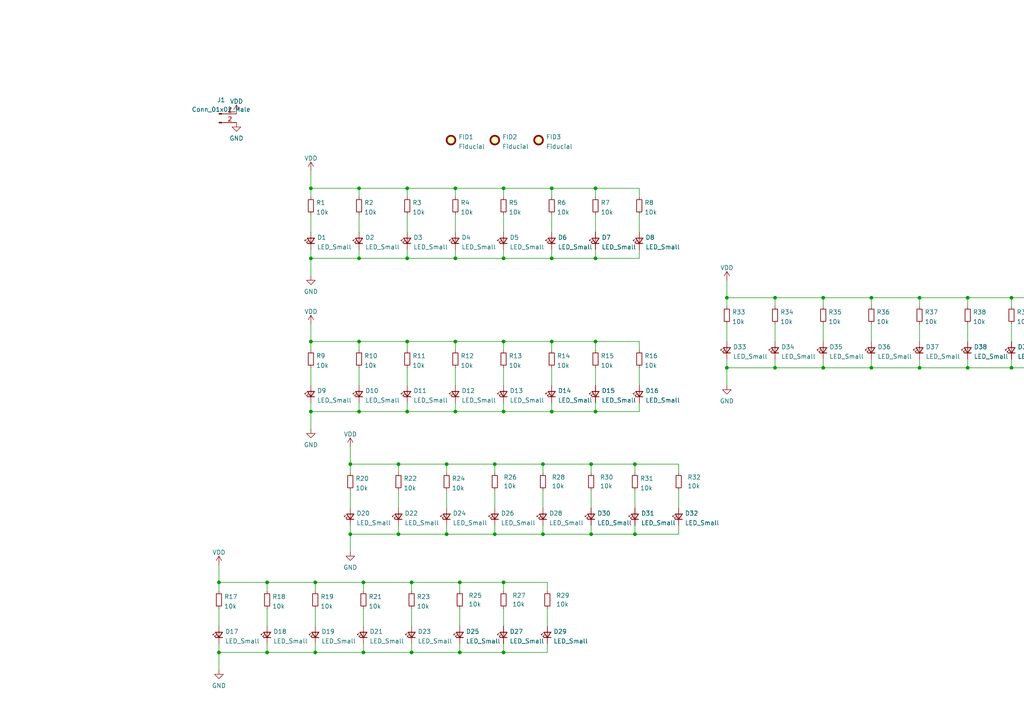
<source format=kicad_sch>
(kicad_sch (version 20230121) (generator eeschema)
  (paper "A4")
  (lib_symbols
    (symbol "Connector:Conn_01x02_Male" (pin_names (offset 1.016) hide)
      (property "Reference" "J" (at 0 2.54 0))
      (property "Value" "Conn_01x02_Male" (at 0 -5.08 0))
      (symbol "Conn_01x02_Male_1_1"
        (polyline (pts (xy 1.27 -2.54) (xy 0.8636 -2.54)) (stroke (width 0.1524)))
        (polyline (pts (xy 1.27 0) (xy 0.8636 0)) (stroke (width 0.1524)))
        (rectangle (start 0.8636 -2.413) (end 0 -2.667) (stroke (width 0.1524)) (fill (type outline)))
        (rectangle (start 0.8636 0.127) (end 0 -0.127) (stroke (width 0.1524)) (fill (type outline)))
        (pin passive line (at 5.08 0 180) (length 3.81) (name "Pin_1") (number "1"))
        (pin passive line (at 5.08 -2.54 180) (length 3.81) (name "Pin_2") (number "2"))
      )
    )
    (symbol "Device:LED_Small" (pin_numbers hide) (pin_names (offset 0.254) hide)
      (property "Reference" "D" (at -1.27 3.175 0))
      (property "Value" "LED_Small" (at -4.445 -2.54 0))
      (symbol "LED_Small_0_1"
        (polyline (pts (xy -0.762 -1.016) (xy -0.762 1.016)) (stroke (width 0.254)))
        (polyline (pts (xy 1.016 0) (xy -0.762 0)))
        (polyline (pts (xy 0.762 -1.016) (xy -0.762 0) (xy 0.762 1.016) (xy 0.762 -1.016)) (stroke (width 0.254)))
        (polyline (pts (xy 0 0.762) (xy -0.508 1.27) (xy -0.254 1.27) (xy -0.508 1.27) (xy -0.508 1.016)))
        (polyline (pts (xy 0.508 1.27) (xy 0 1.778) (xy 0.254 1.778) (xy 0 1.778) (xy 0 1.524)))
      )
      (symbol "LED_Small_1_1"
        (pin passive line (at -2.54 0 0) (length 1.778) (name "K") (number "1"))
        (pin passive line (at 2.54 0 180) (length 1.778) (name "A") (number "2"))
      )
    )
    (symbol "Device:R_Small" (pin_numbers hide) (pin_names (offset 0.254) hide)
      (property "Reference" "R" (at 0.762 0.508 0))
      (property "Value" "R_Small" (at 0.762 -1.016 0))
      (symbol "R_Small_0_1"
        (rectangle (start -0.762 1.778) (end 0.762 -1.778) (stroke (width 0.2032)))
      )
      (symbol "R_Small_1_1"
        (pin passive line (at 0 2.54 270) (length 0.762) (name "~") (number "1"))
        (pin passive line (at 0 -2.54 90) (length 0.762) (name "~") (number "2"))
      )
    )
    (symbol "Mechanical:Fiducial"
      (property "Reference" "FID" (at 0 5.08 0))
      (property "Value" "Fiducial" (at 0 3.175 0))
      (symbol "Fiducial_0_1"
        (circle (center 0 0) (radius 1.27) (stroke (width 0.508)) (fill (type background)))
      )
    )
    (symbol "power:GND" (power) (pin_names (offset 0))
      (property "Value" "GND" (at 0 -3.81 0))
      (symbol "GND_0_1"
        (polyline (pts (xy 0 0) (xy 0 -1.27) (xy 1.27 -1.27) (xy 0 -2.54) (xy -1.27 -1.27) (xy 0 -1.27)))
      )
      (symbol "GND_1_1"
        (pin power_in line (at 0 0 270) (length 0) hide (name "GND") (number "1"))
      )
    )
    (symbol "power:VDD" (power) (pin_names (offset 0))
      (property "Value" "VDD" (at 0 3.81 0))
      (symbol "VDD_0_1"
        (polyline (pts (xy -0.762 1.27) (xy 0 2.54)))
        (polyline (pts (xy 0 0) (xy 0 2.54)))
        (polyline (pts (xy 0 2.54) (xy 0.762 1.27)))
      )
      (symbol "VDD_1_1"
        (pin power_in line (at 0 0 90) (length 0) hide (name "VDD") (number "1"))
      )
    )
  )
  (junction (at 238.76 106.68))
  (junction (at 119.38 168.91))
  (junction (at 224.79 86.36))
  (junction (at 115.57 154.94))
  (junction (at 132.08 119.38))
  (junction (at 129.54 154.94))
  (junction (at 115.57 134.62))
  (junction (at 104.14 119.38))
  (junction (at 118.11 54.61))
  (junction (at 146.05 119.38))
  (junction (at 280.67 86.36))
  (junction (at 91.44 189.23))
  (junction (at 90.17 54.61))
  (junction (at 160.02 74.93))
  (junction (at 101.6 154.94))
  (junction (at 146.05 54.61))
  (junction (at 157.48 134.62))
  (junction (at 132.08 74.93))
  (junction (at 171.45 134.62))
  (junction (at 104.14 99.06))
  (junction (at 90.17 74.93))
  (junction (at 77.47 189.23))
  (junction (at 129.54 134.62))
  (junction (at 172.72 99.06))
  (junction (at 91.44 168.91))
  (junction (at 133.35 189.23))
  (junction (at 118.11 74.93))
  (junction (at 210.82 106.68))
  (junction (at 160.02 54.61))
  (junction (at 143.51 154.94))
  (junction (at 293.37 106.68))
  (junction (at 118.11 119.38))
  (junction (at 77.47 168.91))
  (junction (at 224.79 106.68))
  (junction (at 252.73 106.68))
  (junction (at 146.05 168.91))
  (junction (at 184.15 134.62))
  (junction (at 210.82 86.36))
  (junction (at 143.51 134.62))
  (junction (at 132.08 99.06))
  (junction (at 146.05 189.23))
  (junction (at 184.15 154.94))
  (junction (at 146.05 74.93))
  (junction (at 63.5 189.23))
  (junction (at 146.05 99.06))
  (junction (at 172.72 54.61))
  (junction (at 105.41 189.23))
  (junction (at 133.35 168.91))
  (junction (at 172.72 119.38))
  (junction (at 252.73 86.36))
  (junction (at 171.45 154.94))
  (junction (at 160.02 119.38))
  (junction (at 104.14 54.61))
  (junction (at 118.11 99.06))
  (junction (at 157.48 154.94))
  (junction (at 172.72 74.93))
  (junction (at 238.76 86.36))
  (junction (at 90.17 99.06))
  (junction (at 101.6 134.62))
  (junction (at 132.08 54.61))
  (junction (at 90.17 119.38))
  (junction (at 266.7 86.36))
  (junction (at 280.67 106.68))
  (junction (at 104.14 74.93))
  (junction (at 293.37 86.36))
  (junction (at 105.41 168.91))
  (junction (at 63.5 168.91))
  (junction (at 266.7 106.68))
  (junction (at 160.02 99.06))
  (junction (at 119.38 189.23))
  (wire (pts (xy 91.44 168.91) (xy 91.44 171.45)))
  (wire (pts (xy 118.11 54.61) (xy 132.08 54.61)))
  (wire (pts (xy 158.75 168.91) (xy 158.75 171.45)))
  (wire (pts (xy 132.08 119.38) (xy 146.05 119.38)))
  (wire (pts (xy 280.67 86.36) (xy 293.37 86.36)))
  (wire (pts (xy 133.35 168.91) (xy 133.35 171.45)))
  (wire (pts (xy 132.08 54.61) (xy 132.08 57.15)))
  (wire (pts (xy 132.08 62.23) (xy 132.08 67.31)))
  (wire (pts (xy 146.05 54.61) (xy 160.02 54.61)))
  (wire (pts (xy 119.38 168.91) (xy 119.38 171.45)))
  (wire (pts (xy 158.75 176.53) (xy 158.75 181.61)))
  (wire (pts (xy 160.02 99.06) (xy 172.72 99.06)))
  (wire (pts (xy 63.5 189.23) (xy 63.5 194.31)))
  (wire (pts (xy 143.51 154.94) (xy 157.48 154.94)))
  (wire (pts (xy 119.38 176.53) (xy 119.38 181.61)))
  (wire (pts (xy 172.72 99.06) (xy 172.72 101.6)))
  (wire (pts (xy 266.7 86.36) (xy 280.67 86.36)))
  (wire (pts (xy 129.54 134.62) (xy 129.54 137.16)))
  (wire (pts (xy 105.41 189.23) (xy 119.38 189.23)))
  (wire (pts (xy 306.07 106.68) (xy 306.07 104.14)))
  (wire (pts (xy 101.6 152.4) (xy 101.6 154.94)))
  (wire (pts (xy 90.17 72.39) (xy 90.17 74.93)))
  (wire (pts (xy 104.14 116.84) (xy 104.14 119.38)))
  (wire (pts (xy 293.37 86.36) (xy 293.37 88.9)))
  (wire (pts (xy 63.5 168.91) (xy 77.47 168.91)))
  (wire (pts (xy 158.75 189.23) (xy 158.75 186.69)))
  (wire (pts (xy 146.05 99.06) (xy 146.05 101.6)))
  (wire (pts (xy 252.73 86.36) (xy 252.73 88.9)))
  (wire (pts (xy 91.44 189.23) (xy 105.41 189.23)))
  (wire (pts (xy 224.79 93.98) (xy 224.79 99.06)))
  (wire (pts (xy 90.17 54.61) (xy 104.14 54.61)))
  (wire (pts (xy 146.05 72.39) (xy 146.05 74.93)))
  (wire (pts (xy 105.41 168.91) (xy 105.41 171.45)))
  (wire (pts (xy 210.82 106.68) (xy 210.82 111.76)))
  (wire (pts (xy 101.6 154.94) (xy 115.57 154.94)))
  (wire (pts (xy 157.48 142.24) (xy 157.48 147.32)))
  (wire (pts (xy 90.17 116.84) (xy 90.17 119.38)))
  (wire (pts (xy 90.17 74.93) (xy 104.14 74.93)))
  (wire (pts (xy 171.45 134.62) (xy 171.45 137.16)))
  (wire (pts (xy 129.54 134.62) (xy 143.51 134.62)))
  (wire (pts (xy 101.6 134.62) (xy 115.57 134.62)))
  (wire (pts (xy 172.72 72.39) (xy 172.72 74.93)))
  (wire (pts (xy 171.45 152.4) (xy 171.45 154.94)))
  (wire (pts (xy 280.67 86.36) (xy 280.67 88.9)))
  (wire (pts (xy 63.5 171.45) (xy 63.5 168.91)))
  (wire (pts (xy 115.57 134.62) (xy 115.57 137.16)))
  (wire (pts (xy 146.05 116.84) (xy 146.05 119.38)))
  (wire (pts (xy 280.67 106.68) (xy 293.37 106.68)))
  (wire (pts (xy 160.02 74.93) (xy 172.72 74.93)))
  (wire (pts (xy 157.48 134.62) (xy 171.45 134.62)))
  (wire (pts (xy 252.73 104.14) (xy 252.73 106.68)))
  (wire (pts (xy 91.44 186.69) (xy 91.44 189.23)))
  (wire (pts (xy 118.11 99.06) (xy 132.08 99.06)))
  (wire (pts (xy 210.82 88.9) (xy 210.82 86.36)))
  (wire (pts (xy 160.02 119.38) (xy 172.72 119.38)))
  (wire (pts (xy 266.7 106.68) (xy 280.67 106.68)))
  (wire (pts (xy 306.07 93.98) (xy 306.07 99.06)))
  (wire (pts (xy 184.15 134.62) (xy 184.15 137.16)))
  (wire (pts (xy 63.5 186.69) (xy 63.5 189.23)))
  (wire (pts (xy 90.17 119.38) (xy 104.14 119.38)))
  (wire (pts (xy 210.82 93.98) (xy 210.82 99.06)))
  (wire (pts (xy 115.57 142.24) (xy 115.57 147.32)))
  (wire (pts (xy 171.45 154.94) (xy 184.15 154.94)))
  (wire (pts (xy 143.51 152.4) (xy 143.51 154.94)))
  (wire (pts (xy 160.02 106.68) (xy 160.02 111.76)))
  (wire (pts (xy 90.17 62.23) (xy 90.17 67.31)))
  (wire (pts (xy 224.79 86.36) (xy 238.76 86.36)))
  (wire (pts (xy 105.41 168.91) (xy 119.38 168.91)))
  (wire (pts (xy 115.57 152.4) (xy 115.57 154.94)))
  (wire (pts (xy 146.05 74.93) (xy 160.02 74.93)))
  (wire (pts (xy 157.48 152.4) (xy 157.48 154.94)))
  (wire (pts (xy 115.57 154.94) (xy 129.54 154.94)))
  (wire (pts (xy 90.17 119.38) (xy 90.17 124.46)))
  (wire (pts (xy 146.05 189.23) (xy 158.75 189.23)))
  (wire (pts (xy 90.17 74.93) (xy 90.17 80.01)))
  (wire (pts (xy 172.72 62.23) (xy 172.72 67.31)))
  (wire (pts (xy 77.47 189.23) (xy 91.44 189.23)))
  (wire (pts (xy 90.17 106.68) (xy 90.17 111.76)))
  (wire (pts (xy 171.45 142.24) (xy 171.45 147.32)))
  (wire (pts (xy 160.02 116.84) (xy 160.02 119.38)))
  (wire (pts (xy 146.05 99.06) (xy 160.02 99.06)))
  (wire (pts (xy 90.17 101.6) (xy 90.17 99.06)))
  (wire (pts (xy 172.72 106.68) (xy 172.72 111.76)))
  (wire (pts (xy 196.85 134.62) (xy 196.85 137.16)))
  (wire (pts (xy 172.72 74.93) (xy 185.42 74.93)))
  (wire (pts (xy 160.02 72.39) (xy 160.02 74.93)))
  (wire (pts (xy 146.05 186.69) (xy 146.05 189.23)))
  (wire (pts (xy 293.37 86.36) (xy 306.07 86.36)))
  (wire (pts (xy 293.37 106.68) (xy 306.07 106.68)))
  (wire (pts (xy 146.05 62.23) (xy 146.05 67.31)))
  (wire (pts (xy 210.82 106.68) (xy 224.79 106.68)))
  (wire (pts (xy 266.7 104.14) (xy 266.7 106.68)))
  (wire (pts (xy 293.37 93.98) (xy 293.37 99.06)))
  (wire (pts (xy 104.14 54.61) (xy 104.14 57.15)))
  (wire (pts (xy 280.67 104.14) (xy 280.67 106.68)))
  (wire (pts (xy 133.35 176.53) (xy 133.35 181.61)))
  (wire (pts (xy 101.6 142.24) (xy 101.6 147.32)))
  (wire (pts (xy 185.42 54.61) (xy 185.42 57.15)))
  (wire (pts (xy 118.11 99.06) (xy 118.11 101.6)))
  (wire (pts (xy 63.5 189.23) (xy 77.47 189.23)))
  (wire (pts (xy 133.35 168.91) (xy 146.05 168.91)))
  (wire (pts (xy 143.51 134.62) (xy 157.48 134.62)))
  (wire (pts (xy 157.48 134.62) (xy 157.48 137.16)))
  (wire (pts (xy 238.76 86.36) (xy 238.76 88.9)))
  (wire (pts (xy 172.72 116.84) (xy 172.72 119.38)))
  (wire (pts (xy 77.47 186.69) (xy 77.47 189.23)))
  (wire (pts (xy 238.76 106.68) (xy 252.73 106.68)))
  (wire (pts (xy 184.15 142.24) (xy 184.15 147.32)))
  (wire (pts (xy 132.08 72.39) (xy 132.08 74.93)))
  (wire (pts (xy 160.02 62.23) (xy 160.02 67.31)))
  (wire (pts (xy 129.54 152.4) (xy 129.54 154.94)))
  (wire (pts (xy 172.72 54.61) (xy 185.42 54.61)))
  (wire (pts (xy 104.14 106.68) (xy 104.14 111.76)))
  (wire (pts (xy 118.11 116.84) (xy 118.11 119.38)))
  (wire (pts (xy 118.11 119.38) (xy 132.08 119.38)))
  (wire (pts (xy 119.38 168.91) (xy 133.35 168.91)))
  (wire (pts (xy 160.02 54.61) (xy 172.72 54.61)))
  (wire (pts (xy 196.85 154.94) (xy 196.85 152.4)))
  (wire (pts (xy 185.42 99.06) (xy 185.42 101.6)))
  (wire (pts (xy 129.54 142.24) (xy 129.54 147.32)))
  (wire (pts (xy 105.41 186.69) (xy 105.41 189.23)))
  (wire (pts (xy 280.67 93.98) (xy 280.67 99.06)))
  (wire (pts (xy 157.48 154.94) (xy 171.45 154.94)))
  (wire (pts (xy 146.05 119.38) (xy 160.02 119.38)))
  (wire (pts (xy 143.51 134.62) (xy 143.51 137.16)))
  (wire (pts (xy 104.14 62.23) (xy 104.14 67.31)))
  (wire (pts (xy 185.42 74.93) (xy 185.42 72.39)))
  (wire (pts (xy 118.11 106.68) (xy 118.11 111.76)))
  (wire (pts (xy 171.45 134.62) (xy 184.15 134.62)))
  (wire (pts (xy 132.08 99.06) (xy 132.08 101.6)))
  (wire (pts (xy 132.08 106.68) (xy 132.08 111.76)))
  (wire (pts (xy 143.51 142.24) (xy 143.51 147.32)))
  (wire (pts (xy 104.14 119.38) (xy 118.11 119.38)))
  (wire (pts (xy 119.38 186.69) (xy 119.38 189.23)))
  (wire (pts (xy 104.14 72.39) (xy 104.14 74.93)))
  (wire (pts (xy 252.73 93.98) (xy 252.73 99.06)))
  (wire (pts (xy 184.15 154.94) (xy 196.85 154.94)))
  (wire (pts (xy 266.7 93.98) (xy 266.7 99.06)))
  (wire (pts (xy 101.6 137.16) (xy 101.6 134.62)))
  (wire (pts (xy 185.42 106.68) (xy 185.42 111.76)))
  (wire (pts (xy 306.07 86.36) (xy 306.07 88.9)))
  (wire (pts (xy 115.57 134.62) (xy 129.54 134.62)))
  (wire (pts (xy 146.05 106.68) (xy 146.05 111.76)))
  (wire (pts (xy 104.14 74.93) (xy 118.11 74.93)))
  (wire (pts (xy 210.82 86.36) (xy 224.79 86.36)))
  (wire (pts (xy 63.5 163.83) (xy 63.5 168.91)))
  (wire (pts (xy 118.11 54.61) (xy 118.11 57.15)))
  (wire (pts (xy 172.72 119.38) (xy 185.42 119.38)))
  (wire (pts (xy 90.17 57.15) (xy 90.17 54.61)))
  (wire (pts (xy 63.5 176.53) (xy 63.5 181.61)))
  (wire (pts (xy 293.37 104.14) (xy 293.37 106.68)))
  (wire (pts (xy 104.14 99.06) (xy 118.11 99.06)))
  (wire (pts (xy 101.6 154.94) (xy 101.6 160.02)))
  (wire (pts (xy 132.08 74.93) (xy 146.05 74.93)))
  (wire (pts (xy 133.35 189.23) (xy 146.05 189.23)))
  (wire (pts (xy 77.47 168.91) (xy 91.44 168.91)))
  (wire (pts (xy 238.76 104.14) (xy 238.76 106.68)))
  (wire (pts (xy 184.15 152.4) (xy 184.15 154.94)))
  (wire (pts (xy 129.54 154.94) (xy 143.51 154.94)))
  (wire (pts (xy 77.47 176.53) (xy 77.47 181.61)))
  (wire (pts (xy 210.82 81.28) (xy 210.82 86.36)))
  (wire (pts (xy 146.05 54.61) (xy 146.05 57.15)))
  (wire (pts (xy 118.11 74.93) (xy 132.08 74.93)))
  (wire (pts (xy 210.82 104.14) (xy 210.82 106.68)))
  (wire (pts (xy 238.76 86.36) (xy 252.73 86.36)))
  (wire (pts (xy 252.73 106.68) (xy 266.7 106.68)))
  (wire (pts (xy 104.14 54.61) (xy 118.11 54.61)))
  (wire (pts (xy 184.15 134.62) (xy 196.85 134.62)))
  (wire (pts (xy 90.17 93.98) (xy 90.17 99.06)))
  (wire (pts (xy 91.44 168.91) (xy 105.41 168.91)))
  (wire (pts (xy 172.72 54.61) (xy 172.72 57.15)))
  (wire (pts (xy 91.44 176.53) (xy 91.44 181.61)))
  (wire (pts (xy 105.41 176.53) (xy 105.41 181.61)))
  (wire (pts (xy 196.85 142.24) (xy 196.85 147.32)))
  (wire (pts (xy 266.7 86.36) (xy 266.7 88.9)))
  (wire (pts (xy 118.11 72.39) (xy 118.11 74.93)))
  (wire (pts (xy 252.73 86.36) (xy 266.7 86.36)))
  (wire (pts (xy 90.17 99.06) (xy 104.14 99.06)))
  (wire (pts (xy 146.05 168.91) (xy 146.05 171.45)))
  (wire (pts (xy 132.08 99.06) (xy 146.05 99.06)))
  (wire (pts (xy 146.05 168.91) (xy 158.75 168.91)))
  (wire (pts (xy 224.79 104.14) (xy 224.79 106.68)))
  (wire (pts (xy 90.17 49.53) (xy 90.17 54.61)))
  (wire (pts (xy 185.42 62.23) (xy 185.42 67.31)))
  (wire (pts (xy 119.38 189.23) (xy 133.35 189.23)))
  (wire (pts (xy 132.08 116.84) (xy 132.08 119.38)))
  (wire (pts (xy 172.72 99.06) (xy 185.42 99.06)))
  (wire (pts (xy 160.02 54.61) (xy 160.02 57.15)))
  (wire (pts (xy 104.14 99.06) (xy 104.14 101.6)))
  (wire (pts (xy 77.47 168.91) (xy 77.47 171.45)))
  (wire (pts (xy 224.79 86.36) (xy 224.79 88.9)))
  (wire (pts (xy 160.02 99.06) (xy 160.02 101.6)))
  (wire (pts (xy 238.76 93.98) (xy 238.76 99.06)))
  (wire (pts (xy 133.35 186.69) (xy 133.35 189.23)))
  (wire (pts (xy 224.79 106.68) (xy 238.76 106.68)))
  (wire (pts (xy 101.6 129.54) (xy 101.6 134.62)))
  (wire (pts (xy 146.05 176.53) (xy 146.05 181.61)))
  (wire (pts (xy 132.08 54.61) (xy 146.05 54.61)))
  (wire (pts (xy 185.42 119.38) (xy 185.42 116.84)))
  (wire (pts (xy 118.11 62.23) (xy 118.11 67.31)))
  (symbol (lib_id "Device:R_Small") (at 184.15 139.7 0) (unit 1)
    (property "Reference" "R31" (at 185.6486 138.7915 0) (effects (justify left)))
    (property "Value" "10k" (at 185.6486 141.5666 0) (effects (justify left)))
    (property "Footprint" "Resistor_SMD:R_0402_1005Metric" (effects hide))
    (property "mpn" "RC1005F103CS" (effects hide))
  )
  (symbol (lib_id "Device:R_Small") (at 129.54 139.7 0) (unit 1)
    (property "Reference" "R24" (at 131.0386 138.7915 0) (effects (justify left)))
    (property "Value" "10k" (at 131.0386 141.5666 0) (effects (justify left)))
    (property "Footprint" "Resistor_SMD:R_0603_1608Metric" (effects hide))
    (property "mpn" "RMCF0603FT10K0" (effects hide))
  )
  (symbol (lib_id "Device:R_Small") (at 90.17 104.14 0) (unit 1)
    (property "Reference" "R9" (at 91.6686 103.2315 0) (effects (justify left)))
    (property "Value" "10k" (at 91.6686 106.0066 0) (effects (justify left)))
    (property "Footprint" "Resistor_SMD:R_0402_1005Metric" (effects hide))
    (property "mpn" "RC1005F103CS" (effects hide))
  )
  (symbol (lib_id "power:GND") (at 101.6 160.02 0) (unit 1)
    (property "Reference" "#PWR0108" (effects hide))
    (property "Value" "GND" (at 101.6 164.5825 0))
  )
  (symbol (lib_id "Device:LED_Small") (at 118.11 69.85 90) (unit 1)
    (property "Reference" "D3" (at 119.888 68.878 90) (effects (justify right)))
    (property "Value" "LED_Small" (at 119.888 71.6531 90) (effects (justify right)))
    (property "Footprint" "LED_SMD:LED_0603_1608Metric" (effects hide))
    (property "mpn" "LTST-C191KRKT" (effects hide))
  )
  (symbol (lib_id "Device:R_Small") (at 118.11 59.69 0) (unit 1)
    (property "Reference" "R3" (at 119.6086 58.7815 0) (effects (justify left)))
    (property "Value" "10k" (at 119.6086 61.5566 0) (effects (justify left)))
    (property "Footprint" "Resistor_SMD:R_0603_1608Metric" (effects hide))
    (property "mpn" "RMCF0603FT10K0" (effects hide))
  )
  (symbol (lib_id "Device:LED_Small") (at 118.11 114.3 90) (unit 1)
    (property "Reference" "D11" (at 119.888 113.328 90) (effects (justify right)))
    (property "Value" "LED_Small" (at 119.888 116.1031 90) (effects (justify right)))
    (property "Footprint" "LED_SMD:LED_0603_1608Metric" (effects hide))
    (property "mpn" "LTST-C191KRKT" (effects hide))
  )
  (symbol (lib_id "Device:LED_Small") (at 146.05 184.15 90) (unit 1)
    (property "Reference" "D27" (at 147.828 183.178 90) (effects (justify right)))
    (property "Value" "LED_Small" (at 147.828 185.9531 90) (effects (justify right)))
    (property "Footprint" "LED_SMD:LED_0603_1608Metric" (effects hide))
    (property "mpn" "LTST-C191KRKT" (effects hide))
  )
  (symbol (lib_id "Device:LED_Small") (at 91.44 184.15 90) (unit 1)
    (property "Reference" "D19" (at 93.218 183.178 90) (effects (justify right)))
    (property "Value" "LED_Small" (at 93.218 185.9531 90) (effects (justify right)))
    (property "Footprint" "LED_SMD:LED_0603_1608Metric" (effects hide))
    (property "mpn" "LTST-C191KGKT" (effects hide))
  )
  (symbol (lib_id "Device:R_Small") (at 115.57 139.7 0) (unit 1)
    (property "Reference" "R22" (at 117.0686 138.7915 0) (effects (justify left)))
    (property "Value" "10k" (at 117.0686 141.5666 0) (effects (justify left)))
    (property "Footprint" "Resistor_SMD:R_0603_1608Metric" (effects hide))
    (property "mpn" "RMCF0603FT10K0" (effects hide))
  )
  (symbol (lib_id "power:VDD") (at 90.17 49.53 0) (unit 1)
    (property "Reference" "#PWR0101" (effects hide))
    (property "Value" "VDD" (at 90.17 45.9255 0))
  )
  (symbol (lib_id "Device:LED_Small") (at 129.54 149.86 90) (unit 1)
    (property "Reference" "D24" (at 131.318 148.888 90) (effects (justify right)))
    (property "Value" "LED_Small" (at 131.318 151.6631 90) (effects (justify right)))
    (property "Footprint" "LED_SMD:LED_0603_1608Metric" (effects hide))
    (property "mpn" "LTST-C191KGKT" (effects hide))
  )
  (symbol (lib_id "power:GND") (at 68.58 35.56 0) (unit 1)
    (property "Reference" "#PWR0106" (effects hide))
    (property "Value" "GND" (at 68.58 40.1225 0))
  )
  (symbol (lib_id "power:GND") (at 210.82 111.76 0) (unit 1)
    (property "Reference" "#PWR0111" (effects hide))
    (property "Value" "GND" (at 210.82 116.3225 0))
  )
  (symbol (lib_id "Device:R_Small") (at 157.48 139.7 0) (unit 1)
    (property "Reference" "R28" (at 160.02 138.43 0) (effects (justify left)))
    (property "Value" "10k" (at 160.02 140.97 0) (effects (justify left)))
    (property "Footprint" "Resistor_SMD:R_0402_1005Metric" (effects hide))
    (property "mpn" "RC1005F103CS" (effects hide))
  )
  (symbol (lib_id "Device:R_Small") (at 91.44 173.99 0) (unit 1)
    (property "Reference" "R19" (at 92.9386 173.0815 0) (effects (justify left)))
    (property "Value" "10k" (at 92.9386 175.8566 0) (effects (justify left)))
    (property "Footprint" "Resistor_SMD:R_0603_1608Metric" (effects hide))
    (property "mpn" "RMCF0603FT10K0" (effects hide))
  )
  (symbol (lib_id "Device:LED_Small") (at 101.6 149.86 90) (unit 1)
    (property "Reference" "D20" (at 103.378 148.888 90) (effects (justify right)))
    (property "Value" "LED_Small" (at 103.378 151.6631 90) (effects (justify right)))
    (property "Footprint" "LED_SMD:LED_0603_1608Metric" (effects hide))
    (property "mpn" "LTST-C191KGKT" (effects hide))
  )
  (symbol (lib_id "power:VDD") (at 63.5 163.83 0) (unit 1)
    (property "Reference" "#PWR0109" (effects hide))
    (property "Value" "VDD" (at 63.5 160.2255 0))
  )
  (symbol (lib_id "Device:R_Small") (at 280.67 91.44 0) (unit 1)
    (property "Reference" "R38" (at 282.1686 90.5315 0) (effects (justify left)))
    (property "Value" "10k" (at 282.1686 93.3066 0) (effects (justify left)))
    (property "Footprint" "Resistor_SMD:R_0603_1608Metric" (effects hide))
    (property "mpn" "RMCF0603FT10K0" (effects hide))
  )
  (symbol (lib_id "Device:R_Small") (at 252.73 91.44 0) (unit 1)
    (property "Reference" "R36" (at 254.2286 90.5315 0) (effects (justify left)))
    (property "Value" "10k" (at 254.2286 93.3066 0) (effects (justify left)))
    (property "Footprint" "Resistor_SMD:R_0603_1608Metric" (effects hide))
    (property "mpn" "RMCF0603FT10K0" (effects hide))
  )
  (symbol (lib_id "Device:R_Small") (at 132.08 59.69 0) (unit 1)
    (property "Reference" "R4" (at 133.5786 58.7815 0) (effects (justify left)))
    (property "Value" "10k" (at 133.5786 61.5566 0) (effects (justify left)))
    (property "Footprint" "Resistor_SMD:R_0603_1608Metric" (effects hide))
    (property "mpn" "RMCF0603FT10K0" (effects hide))
  )
  (symbol (lib_id "Device:R_Small") (at 185.42 104.14 0) (unit 1)
    (property "Reference" "R16" (at 186.9186 103.2315 0) (effects (justify left)))
    (property "Value" "10k" (at 186.9186 106.0066 0) (effects (justify left)))
    (property "Footprint" "Resistor_SMD:R_0402_1005Metric" (effects hide))
    (property "mpn" "RC1005F103CS" (effects hide))
  )
  (symbol (lib_id "Device:LED_Small") (at 104.14 114.3 90) (unit 1)
    (property "Reference" "D10" (at 105.918 113.328 90) (effects (justify right)))
    (property "Value" "LED_Small" (at 105.918 116.1031 90) (effects (justify right)))
    (property "Footprint" "LED_SMD:LED_0603_1608Metric" (effects hide))
    (property "mpn" "LTST-C191KRKT" (effects hide))
  )
  (symbol (lib_id "Device:R_Small") (at 185.42 59.69 0) (unit 1)
    (property "Reference" "R8" (at 186.9186 58.7815 0) (effects (justify left)))
    (property "Value" "10k" (at 186.9186 61.5566 0) (effects (justify left)))
    (property "Footprint" "Resistor_SMD:R_0603_1608Metric" (effects hide))
    (property "mpn" "RMCF0603FT10K0" (effects hide))
  )
  (symbol (lib_id "Device:LED_Small") (at 63.5 184.15 90) (unit 1)
    (property "Reference" "D17" (at 65.278 183.178 90) (effects (justify right)))
    (property "Value" "LED_Small" (at 65.278 185.9531 90) (effects (justify right)))
    (property "Footprint" "LED_SMD:LED_0603_1608Metric" (effects hide))
    (property "mpn" "LTST-C191KGKT" (effects hide))
  )
  (symbol (lib_id "Device:R_Small") (at 158.75 173.99 0) (unit 1)
    (property "Reference" "R29" (at 161.29 172.72 0) (effects (justify left)))
    (property "Value" "10k" (at 161.29 175.26 0) (effects (justify left)))
    (property "Footprint" "Resistor_SMD:R_0402_1005Metric" (effects hide))
    (property "mpn" "RC1005F103CS" (effects hide))
  )
  (symbol (lib_id "Device:LED_Small") (at 146.05 114.3 90) (unit 1)
    (property "Reference" "D13" (at 147.828 113.328 90) (effects (justify right)))
    (property "Value" "LED_Small" (at 147.828 116.1031 90) (effects (justify right)))
    (property "Footprint" "LED_SMD:LED_0603_1608Metric" (effects hide))
    (property "mpn" "LTST-C191KRKT" (effects hide))
  )
  (symbol (lib_id "Device:R_Small") (at 210.82 91.44 0) (unit 1)
    (property "Reference" "R33" (at 212.3186 90.5315 0) (effects (justify left)))
    (property "Value" "10k" (at 212.3186 93.3066 0) (effects (justify left)))
    (property "Footprint" "Resistor_SMD:R_0603_1608Metric" (effects hide))
    (property "mpn" "RMCF0603FT10K0" (effects hide))
  )
  (symbol (lib_id "Device:LED_Small") (at 104.14 69.85 90) (unit 1)
    (property "Reference" "D2" (at 105.918 68.878 90) (effects (justify right)))
    (property "Value" "LED_Small" (at 105.918 71.6531 90) (effects (justify right)))
    (property "Footprint" "LED_SMD:LED_0603_1608Metric" (effects hide))
    (property "mpn" "LTST-C191KGKT" (effects hide))
  )
  (symbol (lib_id "Device:R_Small") (at 238.76 91.44 0) (unit 1)
    (property "Reference" "R35" (at 240.2586 90.5315 0) (effects (justify left)))
    (property "Value" "10k" (at 240.2586 93.3066 0) (effects (justify left)))
    (property "Footprint" "Resistor_SMD:R_0603_1608Metric" (effects hide))
    (property "mpn" "RMCF0603FT10K0" (effects hide))
  )
  (symbol (lib_id "Device:R_Small") (at 119.38 173.99 0) (unit 1)
    (property "Reference" "R23" (at 120.8786 173.0815 0) (effects (justify left)))
    (property "Value" "10k" (at 120.8786 175.8566 0) (effects (justify left)))
    (property "Footprint" "Resistor_SMD:R_0603_1608Metric" (effects hide))
    (property "mpn" "RMCF0603FT10K0" (effects hide))
  )
  (symbol (lib_id "Device:R_Small") (at 306.07 91.44 0) (unit 1)
    (property "Reference" "R40" (at 307.5686 90.5315 0) (effects (justify left)))
    (property "Value" "10k" (at 307.5686 93.3066 0) (effects (justify left)))
    (property "Footprint" "Resistor_SMD:R_0603_1608Metric" (effects hide))
    (property "mpn" "RMCF0603FT10K0" (effects hide))
  )
  (symbol (lib_id "Device:R_Small") (at 196.85 139.7 0) (unit 1)
    (property "Reference" "R32" (at 199.39 138.43 0) (effects (justify left)))
    (property "Value" "10k" (at 199.39 140.97 0) (effects (justify left)))
    (property "Footprint" "Resistor_SMD:R_0402_1005Metric" (effects hide))
    (property "mpn" "RC1005F103CS" (effects hide))
  )
  (symbol (lib_id "Device:LED_Small") (at 160.02 114.3 90) (unit 1)
    (property "Reference" "D14" (at 161.798 113.328 90) (effects (justify right)))
    (property "Value" "LED_Small" (at 161.798 116.1031 90) (effects (justify right)))
    (property "Footprint" "LED_SMD:LED_0603_1608Metric" (effects hide))
    (property "mpn" "LTST-C191KRKT" (effects hide))
  )
  (symbol (lib_id "Device:R_Small") (at 266.7 91.44 0) (unit 1)
    (property "Reference" "R37" (at 268.1986 90.5315 0) (effects (justify left)))
    (property "Value" "10k" (at 268.1986 93.3066 0) (effects (justify left)))
    (property "Footprint" "Resistor_SMD:R_0603_1608Metric" (effects hide))
    (property "mpn" "RMCF0603FT10K0" (effects hide))
  )
  (symbol (lib_id "Device:R_Small") (at 224.79 91.44 0) (unit 1)
    (property "Reference" "R34" (at 226.2886 90.5315 0) (effects (justify left)))
    (property "Value" "10k" (at 226.2886 93.3066 0) (effects (justify left)))
    (property "Footprint" "Resistor_SMD:R_0603_1608Metric" (effects hide))
    (property "mpn" "RMCF0603FT10K0" (effects hide))
  )
  (symbol (lib_id "Device:LED_Small") (at 293.37 101.6 90) (unit 1)
    (property "Reference" "D39" (at 295.148 100.628 90) (effects (justify right)))
    (property "Value" "LED_Small" (at 295.148 103.4031 90) (effects (justify right)))
    (property "Footprint" "LED_SMD:LED_0603_1608Metric" (effects hide))
    (property "mpn" "LTST-C191KGKT" (effects hide))
  )
  (symbol (lib_id "Device:LED_Small") (at 90.17 114.3 90) (unit 1)
    (property "Reference" "D9" (at 91.948 113.328 90) (effects (justify right)))
    (property "Value" "LED_Small" (at 91.948 116.1031 90) (effects (justify right)))
    (property "Footprint" "LED_SMD:LED_0603_1608Metric" (effects hide))
    (property "mpn" "LTST-C191KRKT" (effects hide))
  )
  (symbol (lib_id "Device:R_Small") (at 172.72 59.69 0) (unit 1)
    (property "Reference" "R7" (at 174.2186 58.7815 0) (effects (justify left)))
    (property "Value" "10k" (at 174.2186 61.5566 0) (effects (justify left)))
    (property "Footprint" "Resistor_SMD:R_0603_1608Metric" (effects hide))
    (property "mpn" "RMCF0603FT10K0" (effects hide))
  )
  (symbol (lib_id "Device:LED_Small") (at 105.41 184.15 90) (unit 1)
    (property "Reference" "D21" (at 107.188 183.178 90) (effects (justify right)))
    (property "Value" "LED_Small" (at 107.188 185.9531 90) (effects (justify right)))
    (property "Footprint" "LED_SMD:LED_0603_1608Metric" (effects hide))
    (property "mpn" "LTST-C191KGKT" (effects hide))
  )
  (symbol (lib_id "Mechanical:Fiducial") (at 156.21 40.64 0) (unit 1)
    (property "Reference" "FID3" (at 158.369 39.7315 0) (effects (justify left)))
    (property "Value" "Fiducial" (at 158.369 42.5066 0) (effects (justify left)))
    (property "Footprint" "Fiducial:Fiducial_1mm_Mask3mm" (effects hide))
  )
  (symbol (lib_id "Device:LED_Small") (at 196.85 149.86 90) (unit 1)
    (property "Reference" "D32" (at 198.628 148.888 90) (effects (justify right)))
    (property "Value" "LED_Small" (at 198.628 151.6631 90) (effects (justify right)))
    (property "Footprint" "LED_SMD:LED_0603_1608Metric" (effects hide))
    (property "mpn" "LTST-C191KRKT" (effects hide))
  )
  (symbol (lib_id "Device:R_Small") (at 90.17 59.69 0) (unit 1)
    (property "Reference" "R1" (at 91.6686 58.7815 0) (effects (justify left)))
    (property "Value" "10k" (at 91.6686 61.5566 0) (effects (justify left)))
    (property "Footprint" "Resistor_SMD:R_0603_1608Metric" (effects hide))
    (property "mpn" "RMCF0603FT10K0" (effects hide))
  )
  (symbol (lib_id "Device:LED_Small") (at 160.02 69.85 90) (unit 1)
    (property "Reference" "D6" (at 161.798 68.878 90) (effects (justify right)))
    (property "Value" "LED_Small" (at 161.798 71.6531 90) (effects (justify right)))
    (property "Footprint" "LED_SMD:LED_0603_1608Metric" (effects hide))
    (property "mpn" "LTST-C191KGKT" (effects hide))
  )
  (symbol (lib_id "Device:R_Small") (at 77.47 173.99 0) (unit 1)
    (property "Reference" "R18" (at 78.9686 173.0815 0) (effects (justify left)))
    (property "Value" "10k" (at 78.9686 175.8566 0) (effects (justify left)))
    (property "Footprint" "Resistor_SMD:R_0603_1608Metric" (effects hide))
    (property "mpn" "RMCF0603FT10K0" (effects hide))
  )
  (symbol (lib_id "Mechanical:Fiducial") (at 143.51 40.64 0) (unit 1)
    (property "Reference" "FID2" (at 145.669 39.7315 0) (effects (justify left)))
    (property "Value" "Fiducial" (at 145.669 42.5066 0) (effects (justify left)))
    (property "Footprint" "Fiducial:Fiducial_1mm_Mask3mm" (effects hide))
  )
  (symbol (lib_id "Device:LED_Small") (at 143.51 149.86 90) (unit 1)
    (property "Reference" "D26" (at 145.288 148.888 90) (effects (justify right)))
    (property "Value" "LED_Small" (at 145.288 151.6631 90) (effects (justify right)))
    (property "Footprint" "LED_SMD:LED_0603_1608Metric" (effects hide))
    (property "mpn" "LTST-C191KRKT" (effects hide))
  )
  (symbol (lib_id "power:VDD") (at 90.17 93.98 0) (unit 1)
    (property "Reference" "#PWR0103" (effects hide))
    (property "Value" "VDD" (at 90.17 90.3755 0))
  )
  (symbol (lib_id "Device:R_Small") (at 146.05 173.99 0) (unit 1)
    (property "Reference" "R27" (at 148.59 172.72 0) (effects (justify left)))
    (property "Value" "10k" (at 148.59 175.26 0) (effects (justify left)))
    (property "Footprint" "Resistor_SMD:R_0402_1005Metric" (effects hide))
    (property "mpn" "RC1005F103CS" (effects hide))
  )
  (symbol (lib_id "Device:LED_Small") (at 210.82 101.6 90) (unit 1)
    (property "Reference" "D33" (at 212.598 100.628 90) (effects (justify right)))
    (property "Value" "LED_Small" (at 212.598 103.4031 90) (effects (justify right)))
    (property "Footprint" "LED_SMD:LED_0603_1608Metric" (effects hide))
    (property "mpn" "LTST-C191KGKT" (effects hide))
  )
  (symbol (lib_id "Device:LED_Small") (at 157.48 149.86 90) (unit 1)
    (property "Reference" "D28" (at 159.258 148.888 90) (effects (justify right)))
    (property "Value" "LED_Small" (at 159.258 151.6631 90) (effects (justify right)))
    (property "Footprint" "LED_SMD:LED_0603_1608Metric" (effects hide))
    (property "mpn" "LTST-C191KRKT" (effects hide))
  )
  (symbol (lib_id "Device:LED_Small") (at 224.79 101.6 90) (unit 1)
    (property "Reference" "D34" (at 226.568 100.628 90) (effects (justify right)))
    (property "Value" "LED_Small" (at 226.568 103.4031 90) (effects (justify right)))
    (property "Footprint" "LED_SMD:LED_0603_1608Metric" (effects hide))
    (property "mpn" "LTST-C191KGKT" (effects hide))
  )
  (symbol (lib_id "Device:LED_Small") (at 133.35 184.15 90) (unit 1)
    (property "Reference" "D25" (at 135.128 183.178 90) (effects (justify right)))
    (property "Value" "LED_Small" (at 135.128 185.9531 90) (effects (justify right)))
    (property "Footprint" "LED_SMD:LED_0603_1608Metric" (effects hide))
    (property "mpn" "LTST-C191KRKT" (effects hide))
  )
  (symbol (lib_id "Device:LED_Small") (at 306.07 101.6 90) (unit 1)
    (property "Reference" "D40" (at 307.848 100.628 90) (effects (justify right)))
    (property "Value" "LED_Small" (at 307.848 103.4031 90) (effects (justify right)))
    (property "Footprint" "LED_SMD:LED_0603_1608Metric" (effects hide))
    (property "mpn" "LTST-C191KGKT" (effects hide))
  )
  (symbol (lib_id "Device:R_Small") (at 160.02 59.69 0) (unit 1)
    (property "Reference" "R6" (at 161.5186 58.7815 0) (effects (justify left)))
    (property "Value" "10k" (at 161.5186 61.5566 0) (effects (justify left)))
    (property "Footprint" "Resistor_SMD:R_0603_1608Metric" (effects hide))
    (property "mpn" "RMCF0603FT10K0" (effects hide))
  )
  (symbol (lib_id "Device:R_Small") (at 133.35 173.99 0) (unit 1)
    (property "Reference" "R25" (at 135.89 172.72 0) (effects (justify left)))
    (property "Value" "10k" (at 135.89 175.26 0) (effects (justify left)))
    (property "Footprint" "Resistor_SMD:R_0402_1005Metric" (effects hide))
    (property "mpn" "RC1005F103CS" (effects hide))
  )
  (symbol (lib_id "Device:R_Small") (at 293.37 91.44 0) (unit 1)
    (property "Reference" "R39" (at 294.8686 90.5315 0) (effects (justify left)))
    (property "Value" "10k" (at 294.8686 93.3066 0) (effects (justify left)))
    (property "Footprint" "Resistor_SMD:R_0603_1608Metric" (effects hide))
    (property "mpn" "RMCF0603FT10K0" (effects hide))
  )
  (symbol (lib_id "Device:LED_Small") (at 185.42 69.85 90) (unit 1)
    (property "Reference" "D8" (at 187.198 68.878 90) (effects (justify right)))
    (property "Value" "LED_Small" (at 187.198 71.6531 90) (effects (justify right)))
    (property "Footprint" "LED_SMD:LED_0603_1608Metric" (effects hide))
    (property "mpn" "LTST-C191KGKT" (effects hide))
  )
  (symbol (lib_id "Device:R_Small") (at 104.14 104.14 0) (unit 1)
    (property "Reference" "R10" (at 105.6386 103.2315 0) (effects (justify left)))
    (property "Value" "10k" (at 105.6386 106.0066 0) (effects (justify left)))
    (property "Footprint" "Resistor_SMD:R_0402_1005Metric" (effects hide))
    (property "mpn" "RC1005F103CS" (effects hide))
  )
  (symbol (lib_id "Device:R_Small") (at 132.08 104.14 0) (unit 1)
    (property "Reference" "R12" (at 133.5786 103.2315 0) (effects (justify left)))
    (property "Value" "10k" (at 133.5786 106.0066 0) (effects (justify left)))
    (property "Footprint" "Resistor_SMD:R_0402_1005Metric" (effects hide))
    (property "mpn" "RC1005F103CS" (effects hide))
  )
  (symbol (lib_id "Device:LED_Small") (at 77.47 184.15 90) (unit 1)
    (property "Reference" "D18" (at 79.248 183.178 90) (effects (justify right)))
    (property "Value" "LED_Small" (at 79.248 185.9531 90) (effects (justify right)))
    (property "Footprint" "LED_SMD:LED_0603_1608Metric" (effects hide))
    (property "mpn" "LTST-C191KGKT" (effects hide))
  )
  (symbol (lib_id "Device:R_Small") (at 160.02 104.14 0) (unit 1)
    (property "Reference" "R14" (at 161.5186 103.2315 0) (effects (justify left)))
    (property "Value" "10k" (at 161.5186 106.0066 0) (effects (justify left)))
    (property "Footprint" "Resistor_SMD:R_0402_1005Metric" (effects hide))
    (property "mpn" "RC1005F103CS" (effects hide))
  )
  (symbol (lib_id "Device:LED_Small") (at 280.67 101.6 90) (unit 1)
    (property "Reference" "D38" (at 282.448 100.628 90) (effects (justify right)))
    (property "Value" "LED_Small" (at 282.448 103.4031 90) (effects (justify right)))
    (property "Footprint" "LED_SMD:LED_0603_1608Metric" (effects hide))
    (property "mpn" "LTST-C191KGKT" (effects hide))
  )
  (symbol (lib_id "Connector:Conn_01x02_Male") (at 63.5 33.02 0) (unit 1)
    (property "Reference" "J1" (at 64.135 28.9773 0))
    (property "Value" "Conn_01x02_Male" (at 64.135 31.7524 0))
    (property "Footprint" "Connector_PinHeader_2.54mm:PinHeader_1x02_P2.54mm_Vertical" (effects hide))
  )
  (symbol (lib_id "Device:R_Small") (at 172.72 104.14 0) (unit 1)
    (property "Reference" "R15" (at 174.2186 103.2315 0) (effects (justify left)))
    (property "Value" "10k" (at 174.2186 106.0066 0) (effects (justify left)))
    (property "Footprint" "Resistor_SMD:R_0402_1005Metric" (effects hide))
    (property "mpn" "RC1005F103CS" (effects hide))
  )
  (symbol (lib_id "Device:LED_Small") (at 184.15 149.86 90) (unit 1)
    (property "Reference" "D31" (at 185.928 148.888 90) (effects (justify right)))
    (property "Value" "LED_Small" (at 185.928 151.6631 90) (effects (justify right)))
    (property "Footprint" "LED_SMD:LED_0603_1608Metric" (effects hide))
    (property "mpn" "LTST-C191KRKT" (effects hide))
  )
  (symbol (lib_id "power:GND") (at 90.17 124.46 0) (unit 1)
    (property "Reference" "#PWR0104" (effects hide))
    (property "Value" "GND" (at 90.17 129.0225 0))
  )
  (symbol (lib_id "Device:R_Small") (at 105.41 173.99 0) (unit 1)
    (property "Reference" "R21" (at 106.9086 173.0815 0) (effects (justify left)))
    (property "Value" "10k" (at 106.9086 175.8566 0) (effects (justify left)))
    (property "Footprint" "Resistor_SMD:R_0603_1608Metric" (effects hide))
    (property "mpn" "RMCF0603FT10K0" (effects hide))
  )
  (symbol (lib_id "Device:LED_Small") (at 132.08 69.85 90) (unit 1)
    (property "Reference" "D4" (at 133.858 68.878 90) (effects (justify right)))
    (property "Value" "LED_Small" (at 133.858 71.6531 90) (effects (justify right)))
    (property "Footprint" "LED_SMD:LED_0603_1608Metric" (effects hide))
    (property "mpn" "LTST-C191KGKT" (effects hide))
  )
  (symbol (lib_id "Device:LED_Small") (at 158.75 184.15 90) (unit 1)
    (property "Reference" "D29" (at 160.528 183.178 90) (effects (justify right)))
    (property "Value" "LED_Small" (at 160.528 185.9531 90) (effects (justify right)))
    (property "Footprint" "LED_SMD:LED_0603_1608Metric" (effects hide))
    (property "mpn" "LTST-C191KRKT" (effects hide))
  )
  (symbol (lib_id "power:VDD") (at 101.6 129.54 0) (unit 1)
    (property "Reference" "#PWR0107" (effects hide))
    (property "Value" "VDD" (at 101.6 125.9355 0))
  )
  (symbol (lib_id "Device:R_Small") (at 146.05 104.14 0) (unit 1)
    (property "Reference" "R13" (at 147.5486 103.2315 0) (effects (justify left)))
    (property "Value" "10k" (at 147.5486 106.0066 0) (effects (justify left)))
    (property "Footprint" "Resistor_SMD:R_0402_1005Metric" (effects hide))
    (property "mpn" "RC1005F103CS" (effects hide))
  )
  (symbol (lib_id "Device:LED_Small") (at 132.08 114.3 90) (unit 1)
    (property "Reference" "D12" (at 133.858 113.328 90) (effects (justify right)))
    (property "Value" "LED_Small" (at 133.858 116.1031 90) (effects (justify right)))
    (property "Footprint" "LED_SMD:LED_0603_1608Metric" (effects hide))
    (property "mpn" "LTST-C191KRKT" (effects hide))
  )
  (symbol (lib_id "Device:R_Small") (at 143.51 139.7 0) (unit 1)
    (property "Reference" "R26" (at 146.05 138.43 0) (effects (justify left)))
    (property "Value" "10k" (at 146.05 140.97 0) (effects (justify left)))
    (property "Footprint" "Resistor_SMD:R_0402_1005Metric" (effects hide))
    (property "mpn" "RC1005F103CS" (effects hide))
  )
  (symbol (lib_id "Device:LED_Small") (at 119.38 184.15 90) (unit 1)
    (property "Reference" "D23" (at 121.158 183.178 90) (effects (justify right)))
    (property "Value" "LED_Small" (at 121.158 185.9531 90) (effects (justify right)))
    (property "Footprint" "LED_SMD:LED_0603_1608Metric" (effects hide))
    (property "mpn" "LTST-C191KGKT" (effects hide))
  )
  (symbol (lib_id "power:VDD") (at 68.58 33.02 0) (unit 1)
    (property "Reference" "#PWR0105" (effects hide))
    (property "Value" "VDD" (at 68.58 29.4155 0))
  )
  (symbol (lib_id "Mechanical:Fiducial") (at 130.81 40.64 0) (unit 1)
    (property "Reference" "FID1" (at 132.969 39.7315 0) (effects (justify left)))
    (property "Value" "Fiducial" (at 132.969 42.5066 0) (effects (justify left)))
    (property "Footprint" "Fiducial:Fiducial_1mm_Mask3mm" (effects hide))
  )
  (symbol (lib_id "Device:LED_Small") (at 172.72 114.3 90) (unit 1)
    (property "Reference" "D15" (at 174.498 113.328 90) (effects (justify right)))
    (property "Value" "LED_Small" (at 174.498 116.1031 90) (effects (justify right)))
    (property "Footprint" "LED_SMD:LED_0603_1608Metric" (effects hide))
    (property "mpn" "LTST-C191KRKT" (effects hide))
  )
  (symbol (lib_id "power:GND") (at 63.5 194.31 0) (unit 1)
    (property "Reference" "#PWR0110" (effects hide))
    (property "Value" "GND" (at 63.5 198.8725 0))
  )
  (symbol (lib_id "Device:R_Small") (at 146.05 59.69 0) (unit 1)
    (property "Reference" "R5" (at 147.5486 58.7815 0) (effects (justify left)))
    (property "Value" "10k" (at 147.5486 61.5566 0) (effects (justify left)))
    (property "Footprint" "Resistor_SMD:R_0603_1608Metric" (effects hide))
    (property "mpn" "RMCF0603FT10K0" (effects hide))
  )
  (symbol (lib_id "Device:R_Small") (at 63.5 173.99 0) (unit 1)
    (property "Reference" "R17" (at 64.9986 173.0815 0) (effects (justify left)))
    (property "Value" "10k" (at 64.9986 175.8566 0) (effects (justify left)))
    (property "Footprint" "Resistor_SMD:R_0603_1608Metric" (effects hide))
    (property "mpn" "RMCF0603FT10K0" (effects hide))
  )
  (symbol (lib_id "Device:R_Small") (at 118.11 104.14 0) (unit 1)
    (property "Reference" "R11" (at 119.6086 103.2315 0) (effects (justify left)))
    (property "Value" "10k" (at 119.6086 106.0066 0) (effects (justify left)))
    (property "Footprint" "Resistor_SMD:R_0402_1005Metric" (effects hide))
    (property "mpn" "RC1005F103CS" (effects hide))
  )
  (symbol (lib_id "Device:R_Small") (at 104.14 59.69 0) (unit 1)
    (property "Reference" "R2" (at 105.6386 58.7815 0) (effects (justify left)))
    (property "Value" "10k" (at 105.6386 61.5566 0) (effects (justify left)))
    (property "Footprint" "Resistor_SMD:R_0603_1608Metric" (effects hide))
    (property "mpn" "RMCF0603FT10K0" (effects hide))
  )
  (symbol (lib_id "Device:LED_Small") (at 252.73 101.6 90) (unit 1)
    (property "Reference" "D36" (at 254.508 100.628 90) (effects (justify right)))
    (property "Value" "LED_Small" (at 254.508 103.4031 90) (effects (justify right)))
    (property "Footprint" "LED_SMD:LED_0603_1608Metric" (effects hide))
    (property "mpn" "LTST-C191KGKT" (effects hide))
  )
  (symbol (lib_id "power:VDD") (at 210.82 81.28 0) (unit 1)
    (property "Reference" "#PWR0112" (effects hide))
    (property "Value" "VDD" (at 210.82 77.6755 0))
  )
  (symbol (lib_id "Device:LED_Small") (at 238.76 101.6 90) (unit 1)
    (property "Reference" "D35" (at 240.538 100.628 90) (effects (justify right)))
    (property "Value" "LED_Small" (at 240.538 103.4031 90) (effects (justify right)))
    (property "Footprint" "LED_SMD:LED_0603_1608Metric" (effects hide))
    (property "mpn" "LTST-C191KGKT" (effects hide))
  )
  (symbol (lib_id "Device:R_Small") (at 101.6 139.7 0) (unit 1)
    (property "Reference" "R20" (at 103.0986 138.7915 0) (effects (justify left)))
    (property "Value" "10k" (at 103.0986 141.5666 0) (effects (justify left)))
    (property "Footprint" "Resistor_SMD:R_0603_1608Metric" (effects hide))
    (property "mpn" "RMCF0603FT10K0" (effects hide))
  )
  (symbol (lib_id "Device:LED_Small") (at 266.7 101.6 90) (unit 1)
    (property "Reference" "D37" (at 268.478 100.628 90) (effects (justify right)))
    (property "Value" "LED_Small" (at 268.478 103.4031 90) (effects (justify right)))
    (property "Footprint" "LED_SMD:LED_0603_1608Metric" (effects hide))
    (property "mpn" "LTST-C191KGKT" (effects hide))
  )
  (symbol (lib_id "power:GND") (at 90.17 80.01 0) (unit 1)
    (property "Reference" "#PWR0102" (effects hide))
    (property "Value" "GND" (at 90.17 84.5725 0))
  )
  (symbol (lib_id "Device:R_Small") (at 171.45 139.7 0) (unit 1)
    (property "Reference" "R30" (at 173.99 138.43 0) (effects (justify left)))
    (property "Value" "10k" (at 173.99 140.97 0) (effects (justify left)))
    (property "Footprint" "Resistor_SMD:R_0402_1005Metric" (effects hide))
    (property "mpn" "RC1005F103CS" (effects hide))
  )
  (symbol (lib_id "Device:LED_Small") (at 115.57 149.86 90) (unit 1)
    (property "Reference" "D22" (at 117.348 148.888 90) (effects (justify right)))
    (property "Value" "LED_Small" (at 117.348 151.6631 90) (effects (justify right)))
    (property "Footprint" "LED_SMD:LED_0603_1608Metric" (effects hide))
    (property "mpn" "LTST-C191KGKT" (effects hide))
  )
  (symbol (lib_id "Device:LED_Small") (at 172.72 69.85 90) (unit 1)
    (property "Reference" "D7" (at 174.498 68.878 90) (effects (justify right)))
    (property "Value" "LED_Small" (at 174.498 71.6531 90) (effects (justify right)))
    (property "Footprint" "LED_SMD:LED_0603_1608Metric" (effects hide))
    (property "mpn" "LTST-C191KRKT" (effects hide))
  )
  (symbol (lib_id "Device:LED_Small") (at 185.42 114.3 90) (unit 1)
    (property "Reference" "D16" (at 187.198 113.328 90) (effects (justify right)))
    (property "Value" "LED_Small" (at 187.198 116.1031 90) (effects (justify right)))
    (property "Footprint" "LED_SMD:LED_0603_1608Metric" (effects hide))
    (property "mpn" "LTST-C191KRKT" (effects hide))
  )
  (symbol (lib_id "Device:LED_Small") (at 171.45 149.86 90) (unit 1)
    (property "Reference" "D30" (at 173.228 148.888 90) (effects (justify right)))
    (property "Value" "LED_Small" (at 173.228 151.6631 90) (effects (justify right)))
    (property "Footprint" "LED_SMD:LED_0603_1608Metric" (effects hide))
    (property "mpn" "LTST-C191KRKT" (effects hide))
  )
  (symbol (lib_id "Device:LED_Small") (at 146.05 69.85 90) (unit 1)
    (property "Reference" "D5" (at 147.828 68.878 90) (effects (justify right)))
    (property "Value" "LED_Small" (at 147.828 71.6531 90) (effects (justify right)))
    (property "Footprint" "LED_SMD:LED_0603_1608Metric" (effects hide))
    (property "mpn" "LTST-C191KRKT" (effects hide))
  )
  (symbol (lib_id "Device:LED_Small") (at 90.17 69.85 90) (unit 1)
    (property "Reference" "D1" (at 91.948 68.878 90) (effects (justify right)))
    (property "Value" "LED_Small" (at 91.948 71.6531 90) (effects (justify right)))
    (property "Footprint" "LED_SMD:LED_0603_1608Metric" (effects hide))
    (property "mpn" "LTST-C191KRKT" (effects hide))
  )
)
</source>
